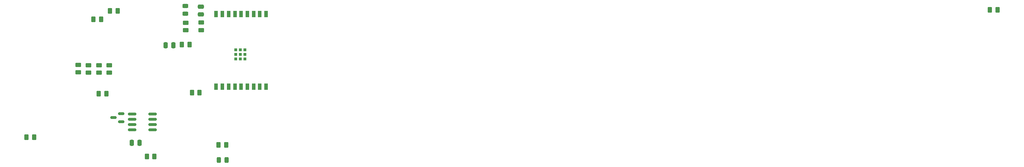
<source format=gbr>
%TF.GenerationSoftware,KiCad,Pcbnew,6.0.2+dfsg-1*%
%TF.CreationDate,2022-06-15T14:14:26+02:00*%
%TF.ProjectId,accra_A,61636372-615f-4412-9e6b-696361645f70,rev?*%
%TF.SameCoordinates,Original*%
%TF.FileFunction,Paste,Top*%
%TF.FilePolarity,Positive*%
%FSLAX46Y46*%
G04 Gerber Fmt 4.6, Leading zero omitted, Abs format (unit mm)*
G04 Created by KiCad (PCBNEW 6.0.2+dfsg-1) date 2022-06-15 14:14:26*
%MOMM*%
%LPD*%
G01*
G04 APERTURE LIST*
G04 Aperture macros list*
%AMRoundRect*
0 Rectangle with rounded corners*
0 $1 Rounding radius*
0 $2 $3 $4 $5 $6 $7 $8 $9 X,Y pos of 4 corners*
0 Add a 4 corners polygon primitive as box body*
4,1,4,$2,$3,$4,$5,$6,$7,$8,$9,$2,$3,0*
0 Add four circle primitives for the rounded corners*
1,1,$1+$1,$2,$3*
1,1,$1+$1,$4,$5*
1,1,$1+$1,$6,$7*
1,1,$1+$1,$8,$9*
0 Add four rect primitives between the rounded corners*
20,1,$1+$1,$2,$3,$4,$5,0*
20,1,$1+$1,$4,$5,$6,$7,0*
20,1,$1+$1,$6,$7,$8,$9,0*
20,1,$1+$1,$8,$9,$2,$3,0*%
G04 Aperture macros list end*
%ADD10R,0.900000X1.500000*%
%ADD11R,0.700000X0.700000*%
%ADD12RoundRect,0.250000X-0.450000X0.262500X-0.450000X-0.262500X0.450000X-0.262500X0.450000X0.262500X0*%
%ADD13RoundRect,0.250000X0.262500X0.450000X-0.262500X0.450000X-0.262500X-0.450000X0.262500X-0.450000X0*%
%ADD14RoundRect,0.250000X-0.262500X-0.450000X0.262500X-0.450000X0.262500X0.450000X-0.262500X0.450000X0*%
%ADD15RoundRect,0.243750X0.456250X-0.243750X0.456250X0.243750X-0.456250X0.243750X-0.456250X-0.243750X0*%
%ADD16RoundRect,0.243750X-0.243750X-0.456250X0.243750X-0.456250X0.243750X0.456250X-0.243750X0.456250X0*%
%ADD17RoundRect,0.250000X0.450000X-0.262500X0.450000X0.262500X-0.450000X0.262500X-0.450000X-0.262500X0*%
%ADD18RoundRect,0.250000X0.475000X-0.250000X0.475000X0.250000X-0.475000X0.250000X-0.475000X-0.250000X0*%
%ADD19RoundRect,0.250000X-0.250000X-0.475000X0.250000X-0.475000X0.250000X0.475000X-0.250000X0.475000X0*%
%ADD20RoundRect,0.250000X0.250000X0.475000X-0.250000X0.475000X-0.250000X-0.475000X0.250000X-0.475000X0*%
%ADD21RoundRect,0.150000X0.587500X0.150000X-0.587500X0.150000X-0.587500X-0.150000X0.587500X-0.150000X0*%
%ADD22RoundRect,0.150000X-0.825000X-0.150000X0.825000X-0.150000X0.825000X0.150000X-0.825000X0.150000X0*%
G04 APERTURE END LIST*
D10*
%TO.C,IC1*%
X183400000Y-87500000D03*
X181900000Y-87500000D03*
X180400000Y-87500000D03*
X178900000Y-87500000D03*
X177400000Y-87500000D03*
X175900000Y-87500000D03*
X174400000Y-87500000D03*
X172900000Y-87500000D03*
X171400000Y-87500000D03*
X171400000Y-105000000D03*
X172900000Y-105000000D03*
X174400000Y-105000000D03*
X175900000Y-105000000D03*
X177400000Y-105000000D03*
X178900000Y-105000000D03*
X180400000Y-105000000D03*
X181900000Y-105000000D03*
X183400000Y-105000000D03*
D11*
X177200000Y-97210000D03*
X177200000Y-98310000D03*
X178300000Y-98310000D03*
X178300000Y-97210000D03*
X178300000Y-96110000D03*
X177200000Y-96110000D03*
X176100000Y-96110000D03*
X176100000Y-97210000D03*
X176100000Y-98310000D03*
%TD*%
D12*
%TO.C,R14*%
X138250000Y-99750000D03*
X138250000Y-101575000D03*
%TD*%
%TO.C,R13*%
X140750000Y-99837500D03*
X140750000Y-101662500D03*
%TD*%
%TO.C,R12*%
X143250000Y-99837500D03*
X143250000Y-101662500D03*
%TD*%
%TO.C,R11*%
X145750000Y-99837500D03*
X145750000Y-101662500D03*
%TD*%
D13*
%TO.C,R10*%
X127662500Y-117250000D03*
X125837500Y-117250000D03*
%TD*%
%TO.C,R9*%
X145000000Y-106750000D03*
X143175000Y-106750000D03*
%TD*%
%TO.C,R8*%
X143750000Y-88750000D03*
X141925000Y-88750000D03*
%TD*%
D14*
%TO.C,R7*%
X145925000Y-86750000D03*
X147750000Y-86750000D03*
%TD*%
%TO.C,R6*%
X357292500Y-86475000D03*
X359117500Y-86475000D03*
%TD*%
D13*
%TO.C,R5*%
X167412500Y-106500000D03*
X165587500Y-106500000D03*
%TD*%
D15*
%TO.C,D3*%
X164000000Y-87437500D03*
X164000000Y-85562500D03*
%TD*%
D16*
%TO.C,D2*%
X172012500Y-122750000D03*
X173887500Y-122750000D03*
%TD*%
D17*
%TO.C,R4*%
X167800000Y-91362500D03*
X167800000Y-89537500D03*
%TD*%
D18*
%TO.C,C5*%
X167750000Y-87600000D03*
X167750000Y-85700000D03*
%TD*%
D17*
%TO.C,R3*%
X164100000Y-89587500D03*
X164100000Y-91412500D03*
%TD*%
D13*
%TO.C,R2*%
X165012500Y-94900000D03*
X163187500Y-94900000D03*
%TD*%
D14*
%TO.C,R1*%
X171987500Y-119100000D03*
X173812500Y-119100000D03*
%TD*%
D19*
%TO.C,C4*%
X151100000Y-118550000D03*
X153000000Y-118550000D03*
%TD*%
D20*
%TO.C,C3*%
X161150000Y-95000000D03*
X159250000Y-95000000D03*
%TD*%
D21*
%TO.C,D1*%
X148587500Y-113450000D03*
X148587500Y-111550000D03*
X146712500Y-112500000D03*
%TD*%
D22*
%TO.C,U2*%
X151175000Y-111595000D03*
X151175000Y-112865000D03*
X151175000Y-114135000D03*
X151175000Y-115405000D03*
X156125000Y-115405000D03*
X156125000Y-114135000D03*
X156125000Y-112865000D03*
X156125000Y-111595000D03*
%TD*%
D14*
%TO.C,R17*%
X154737500Y-121900000D03*
X156562500Y-121900000D03*
%TD*%
M02*

</source>
